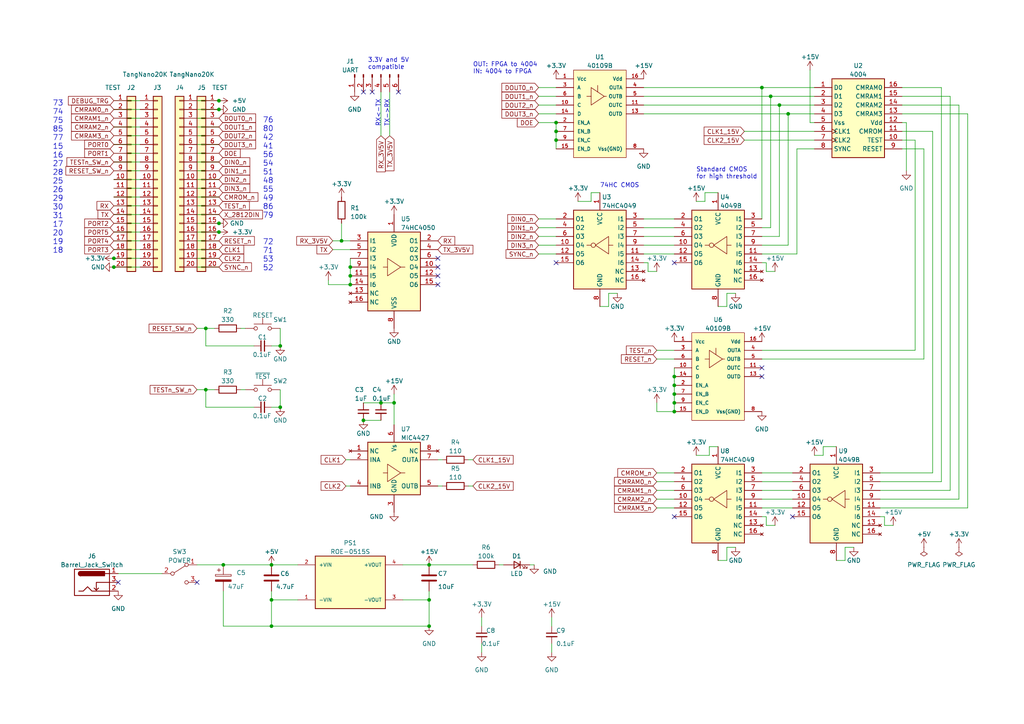
<source format=kicad_sch>
(kicad_sch (version 20230121) (generator eeschema)
  (paper "A4")
  (title_block (title "TangNano MCS4") (date "2023-06-13") (rev "1.1") (company "MukaiLab") (comment 1 "Memory system for MCS4 using TangNano20K"))
  (lib_symbols
    (symbol "000_MyLibrary:4004_CPU"
      (property "Reference" "U" (at -7.62 13.97 0))
      (property "Value" "4004_CPU" (at 0 11.43 0))
      (symbol "4004_CPU_1_0"
        (pin bidirectional line (at -12.7 7.62 0) (length 5.08) (name "D0") (number "1"))
        (pin input line (at 12.7 -7.62 180) (length 5.08) (name "TEST") (number "10"))
        (pin output line (at 12.7 -5.08 180) (length 5.08) (name "CMROM") (number "11"))
        (pin power_in line (at 12.7 -2.54 180) (length 5.08) (name "Vdd") (number "12"))
        (pin output line (at 12.7 0 180) (length 5.08) (name "CMRAM3") (number "13"))
        (pin output line (at 12.7 2.54 180) (length 5.08) (name "CMRAM2") (number "14"))
        (pin output line (at 12.7 5.08 180) (length 5.08) (name "CMRAM1") (number "15"))
        (pin output line (at 12.7 7.62 180) (length 5.08) (name "CMRAM0") (number "16"))
        (pin bidirectional line (at -12.7 5.08 0) (length 5.08) (name "D1") (number "2"))
        (pin bidirectional line (at -12.7 2.54 0) (length 5.08) (name "D2") (number "3"))
        (pin bidirectional line (at -12.7 0 0) (length 5.08) (name "D3") (number "4"))
        (pin power_in line (at -12.7 -2.54 0) (length 5.08) (name "Vss") (number "5"))
        (pin input clock (at -12.7 -5.08 0) (length 5.08) (name "CLK1") (number "6"))
        (pin input clock (at -12.7 -7.62 0) (length 5.08) (name "CLK2") (number "7"))
        (pin output line (at -12.7 -10.16 0) (length 5.08) (name "SYNC") (number "8"))
        (pin input line (at 12.7 -10.16 180) (length 5.08) (name "RESET") (number "9"))
      )
    )
    (symbol "000_MyLibrary:40109B" (pin_names (offset 1.016))
      (property "Reference" "U" (at -7.62 13.97 0))
      (property "Value" "40109B" (at -7.62 -15.24 0))
      (symbol "40109B_0_0"
        (pin input line (at -12.7 -10.16 0) (length 5.08) (name "EN_D") (number "15"))
        (pin input line (at -12.7 -2.54 0) (length 5.08) (name "EN_A") (number "2"))
        (pin input line (at -12.7 -5.08 0) (length 5.08) (name "EN_B") (number "7"))
        (pin input line (at -12.7 -7.62 0) (length 5.08) (name "EN_C") (number "9"))
      )
      (symbol "40109B_1_0"
        (pin power_in line (at -12.7 10.16 0) (length 5.08) (name "Vcc") (number "1"))
        (pin input line (at -12.7 2.54 0) (length 5.08) (name "C") (number "10"))
        (pin output line (at 12.7 2.54 180) (length 5.08) (name "OUTC") (number "11"))
        (pin no_connect line (at 12.7 -6.35 180) (length 5.08) hide (name "NC") (number "12"))
        (pin output line (at 12.7 0 180) (length 5.08) (name "OUTD") (number "13"))
        (pin input line (at -12.7 0 0) (length 5.08) (name "D") (number "14"))
        (pin power_in line (at 12.7 10.16 180) (length 5.08) (name "Vdd") (number "16"))
        (pin input line (at -12.7 7.62 0) (length 5.08) (name "A") (number "3"))
        (pin output line (at 12.7 7.62 180) (length 5.08) (name "OUTA") (number "4"))
        (pin output line (at 12.7 5.08 180) (length 5.08) (name "OUTB") (number "5"))
        (pin input line (at -12.7 5.08 0) (length 5.08) (name "B") (number "6"))
        (pin power_in line (at 12.7 -10.16 180) (length 5.08) (name "Vss(GND)") (number "8"))
      )
    )
    (symbol "000_MyLibrary:4049"
      (property "Reference" "U5" (at 7.62 12.7 0))
      (property "Value" "4049" (at 7.62 10.16 0))
      (symbol "4049_1_0"
        (pin power_in line (at 0 12.7 270) (length 5.08) (name "VCC") (number "1"))
        (pin output line (at 12.7 -2.54 180) (length 5.08) (name "O4") (number "10"))
        (pin input line (at -12.7 -5.08 0) (length 5.08) (name "I5") (number "11"))
        (pin output line (at 12.7 -5.08 180) (length 5.08) (name "O5") (number "12"))
        (pin no_connect line (at -12.7 -10.16 0) (length 5.08) (name "NC") (number "13"))
        (pin input line (at -12.7 -7.62 0) (length 5.08) (name "I6") (number "14"))
        (pin output line (at 12.7 -7.62 180) (length 5.08) (name "O6") (number "15"))
        (pin no_connect line (at -12.7 -12.7 0) (length 5.08) (name "NC") (number "16"))
        (pin output line (at 12.7 5.08 180) (length 5.08) (name "O1") (number "2"))
        (pin input line (at -12.7 5.08 0) (length 5.08) (name "I1") (number "3"))
        (pin output line (at 12.7 2.54 180) (length 5.08) (name "O2") (number "4"))
        (pin input line (at -12.7 2.54 0) (length 5.08) (name "I2") (number "5"))
        (pin output line (at 12.7 0 180) (length 5.08) (name "O3") (number "6"))
        (pin input line (at -12.7 0 0) (length 5.08) (name "I3") (number "7"))
        (pin power_in line (at 0 -20.32 90) (length 5.08) (name "GND") (number "8"))
        (pin input line (at -12.7 -2.54 0) (length 5.08) (name "I4") (number "9"))
      )
    )
    (symbol "000_MyLibrary:4050"
      (property "Reference" "U4" (at 7.62 15.24 0))
      (property "Value" "4050" (at 7.62 12.7 0))
      (symbol "4050_1_0"
        (pin power_in line (at 0 15.24 270) (length 5.08) (name "VDD") (number "1"))
        (pin output line (at 12.7 0 180) (length 5.08) (name "O4") (number "10"))
        (pin input line (at -12.7 -2.54 0) (length 5.08) (name "I5") (number "11"))
        (pin output line (at 12.7 -2.54 180) (length 5.08) (name "O5") (number "12"))
        (pin no_connect line (at -12.7 -7.62 0) (length 5.08) (name "NC") (number "13"))
        (pin input line (at -12.7 -5.08 0) (length 5.08) (name "I6") (number "14"))
        (pin output line (at 12.7 -5.08 180) (length 5.08) (name "O6") (number "15"))
        (pin no_connect line (at -12.7 -10.16 0) (length 5.08) (name "NC") (number "16"))
        (pin output line (at 12.7 7.62 180) (length 5.08) (name "O1") (number "2"))
        (pin input line (at -12.7 7.62 0) (length 5.08) (name "I1") (number "3"))
        (pin output line (at 12.7 5.08 180) (length 5.08) (name "O2") (number "4"))
        (pin input line (at -12.7 5.08 0) (length 5.08) (name "I2") (number "5"))
        (pin output line (at 12.7 2.54 180) (length 5.08) (name "O3") (number "6"))
        (pin input line (at -12.7 2.54 0) (length 5.08) (name "I3") (number "7"))
        (pin power_in line (at 0 -17.78 90) (length 5.08) (name "VSS") (number "8"))
        (pin input line (at -12.7 0 0) (length 5.08) (name "I4") (number "9"))
      )
    )
    (symbol "000_MyLibrary:Barrel_Jack_Switch" (pin_names hide)
      (property "Reference" "J" (at 0 5.334 0))
      (property "Value" "Barrel_Jack_Switch" (at 0 -5.08 0))
      (symbol "Barrel_Jack_Switch_1_1"
        (pin passive line (at 7.62 2.54 180) (length 2.54) (name "~") (number "1"))
        (pin passive line (at 7.62 -2.54 180) (length 2.54) (name "~") (number "2"))
        (pin passive line (at 7.62 0 180) (length 2.54) (name "~") (number "3"))
      )
    )
    (symbol "000_MyLibrary:C" (pin_numbers hide) (pin_names (offset 0.254))
      (property "Reference" "C" (at 0.635 2.54 0))
      (property "Value" "C" (at 0.635 -2.54 0))
      (symbol "C_1_1"
        (pin passive line (at 0 3.81 270) (length 2.794) (name "~") (number "1"))
        (pin passive line (at 0 -3.81 90) (length 2.794) (name "~") (number "2"))
      )
    )
    (symbol "000_MyLibrary:C_Polarized" (pin_numbers hide) (pin_names (offset 0.254))
      (property "Reference" "C" (at 0.635 2.54 0))
      (property "Value" "C_Polarized" (at 0.635 -2.54 0))
      (symbol "C_Polarized_1_1"
        (pin passive line (at 0 3.81 270) (length 2.794) (name "~") (number "1"))
        (pin passive line (at 0 -3.81 90) (length 2.794) (name "~") (number "2"))
      )
    )
    (symbol "000_MyLibrary:C_Small" (pin_numbers hide) (pin_names (offset 0.254) hide)
      (property "Reference" "C" (at 0.254 1.778 0))
      (property "Value" "C_Small" (at 0.254 -2.032 0))
      (symbol "C_Small_1_1"
        (pin passive line (at 0 2.54 270) (length 2.032) (name "~") (number "1"))
        (pin passive line (at 0 -2.54 90) (length 2.032) (name "~") (number "2"))
      )
    )
    (symbol "000_MyLibrary:Conn_01x06_Pin" (pin_names (offset 1.016) hide)
      (property "Reference" "J" (at 0 7.62 0))
      (property "Value" "Conn_01x06_Pin" (at 0 -10.16 0))
      (symbol "Conn_01x06_Pin_1_1"
        (pin passive line (at 5.08 5.08 180) (length 3.81) (name "Pin_1") (number "1"))
        (pin passive line (at 5.08 2.54 180) (length 3.81) (name "Pin_2") (number "2"))
        (pin passive line (at 5.08 0 180) (length 3.81) (name "Pin_3") (number "3"))
        (pin passive line (at 5.08 -2.54 180) (length 3.81) (name "Pin_4") (number "4"))
        (pin passive line (at 5.08 -5.08 180) (length 3.81) (name "Pin_5") (number "5"))
        (pin passive line (at 5.08 -7.62 180) (length 3.81) (name "Pin_6") (number "6"))
      )
    )
    (symbol "000_MyLibrary:Conn_01x20" (pin_names (offset 1.016) hide)
      (property "Reference" "J" (at 0 25.4 0))
      (property "Value" "Conn_01x20" (at 0 -27.94 0))
      (symbol "Conn_01x20_1_1"
        (pin passive line (at -5.08 22.86 0) (length 3.81) (name "Pin_1") (number "1"))
        (pin passive line (at -5.08 0 0) (length 3.81) (name "Pin_10") (number "10"))
        (pin passive line (at -5.08 -2.54 0) (length 3.81) (name "Pin_11") (number "11"))
        (pin passive line (at -5.08 -5.08 0) (length 3.81) (name "Pin_12") (number "12"))
        (pin passive line (at -5.08 -7.62 0) (length 3.81) (name "Pin_13") (number "13"))
        (pin passive line (at -5.08 -10.16 0) (length 3.81) (name "Pin_14") (number "14"))
        (pin passive line (at -5.08 -12.7 0) (length 3.81) (name "Pin_15") (number "15"))
        (pin passive line (at -5.08 -15.24 0) (length 3.81) (name "Pin_16") (number "16"))
        (pin passive line (at -5.08 -17.78 0) (length 3.81) (name "Pin_17") (number "17"))
        (pin passive line (at -5.08 -20.32 0) (length 3.81) (name "Pin_18") (number "18"))
        (pin passive line (at -5.08 -22.86 0) (length 3.81) (name "Pin_19") (number "19"))
        (pin passive line (at -5.08 20.32 0) (length 3.81) (name "Pin_2") (number "2"))
        (pin passive line (at -5.08 -25.4 0) (length 3.81) (name "Pin_20") (number "20"))
        (pin passive line (at -5.08 17.78 0) (length 3.81) (name "Pin_3") (number "3"))
        (pin passive line (at -5.08 15.24 0) (length 3.81) (name "Pin_4") (number "4"))
        (pin passive line (at -5.08 12.7 0) (length 3.81) (name "Pin_5") (number "5"))
        (pin passive line (at -5.08 10.16 0) (length 3.81) (name "Pin_6") (number "6"))
        (pin passive line (at -5.08 7.62 0) (length 3.81) (name "Pin_7") (number "7"))
        (pin passive line (at -5.08 5.08 0) (length 3.81) (name "Pin_8") (number "8"))
        (pin passive line (at -5.08 2.54 0) (length 3.81) (name "Pin_9") (number "9"))
      )
    )
    (symbol "000_MyLibrary:LED" (pin_numbers hide) (pin_names (offset 1.016) hide)
      (property "Reference" "D" (at 0.254 2.54 0))
      (property "Value" "LED" (at 0.254 -2.54 0))
      (symbol "LED_1_1"
        (pin passive line (at -3.81 0 0) (length 2.54) (name "K") (number "1"))
        (pin passive line (at 3.81 0 180) (length 2.54) (name "A") (number "2"))
      )
    )
    (symbol "000_MyLibrary:MIC4427"
      (property "Reference" "U" (at -7.62 -11.43 0))
      (property "Value" "MIC4427" (at 6.35 -11.43 0))
      (symbol "MIC4427_1_0"
        (pin no_connect line (at -12.7 -15.24 0) (length 5.08) (name "NC") (number "1"))
        (pin input line (at -12.7 -17.78 0) (length 5.08) (name "INA") (number "2"))
        (pin power_in line (at 0 -33.02 90) (length 5.08) (name "GND") (number "3"))
        (pin input line (at -12.7 -25.4 0) (length 5.08) (name "INB") (number "4"))
        (pin output line (at 12.7 -25.4 180) (length 5.08) (name "OUTB") (number "5"))
        (pin power_in line (at 0 -7.62 270) (length 5.08) (name "Vs") (number "6"))
        (pin output line (at 12.7 -17.78 180) (length 5.08) (name "OUTA") (number "7"))
        (pin no_connect line (at 12.7 -15.24 180) (length 5.08) (name "NC") (number "8"))
      )
    )
    (symbol "000_MyLibrary:R" (pin_numbers hide) (pin_names (offset 0))
      (property "Reference" "R" (at 2.032 0 90))
      (property "Value" "R" (at 0 0 90))
      (symbol "R_1_1"
        (pin passive line (at 0 3.81 270) (length 1.27) (name "~") (number "1"))
        (pin passive line (at 0 -3.81 90) (length 1.27) (name "~") (number "2"))
      )
    )
    (symbol "000_MyLibrary:ROE-0515S" (pin_names (offset 1.016))
      (property "Reference" "PS" (at -10.1639 8.8979 0))
      (property "Value" "ROE-0515S" (at -10.1614 -10.1627 0))
      (symbol "ROE-0515S_1_0"
        (pin power_in line (at -15.24 -5.08 0) (length 5.08) (name "-VIN") (number "1"))
        (pin power_in line (at -15.24 5.08 0) (length 5.08) (name "+VIN") (number "2"))
        (pin power_out line (at 15.24 -5.08 180) (length 5.08) (name "-VOUT") (number "3"))
        (pin power_out line (at 15.24 5.08 180) (length 5.08) (name "+VOUT") (number "4"))
      )
    )
    (symbol "000_MyLibrary:SW_Push" (pin_numbers hide) (pin_names (offset 1.016) hide)
      (property "Reference" "SW" (at 1.27 2.54 0))
      (property "Value" "SW_Push" (at 0 -1.524 0))
      (symbol "SW_Push_0_1"
        (pin passive line (at -5.08 0 0) (length 2.54) (name "1") (number "1"))
        (pin passive line (at 5.08 0 180) (length 2.54) (name "2") (number "2"))
      )
    )
    (symbol "000_MyLibrary:SW_SPDT" (pin_names (offset 0) hide)
      (property "Reference" "SW" (at 0 4.318 0))
      (property "Value" "SW_SPDT" (at 0 -5.08 0))
      (symbol "SW_SPDT_1_1"
        (pin passive line (at 5.08 2.54 180) (length 2.54) (name "A") (number "1"))
        (pin passive line (at -5.08 0 0) (length 2.54) (name "B") (number "2"))
        (pin passive line (at 5.08 -2.54 180) (length 2.54) (name "C") (number "3"))
      )
    )
    (symbol "power:+15V" (power) (pin_names (offset 0))
      (property "Value" "+15V" (at 0 3.556 0))
      (symbol "+15V_1_1"
        (pin power_in line (at 0 0 90) (length 0) hide (name "+15V") (number "1"))
      )
    )
    (symbol "power:+3.3V" (power) (pin_names (offset 0))
      (property "Value" "+3.3V" (at 0 3.556 0))
      (symbol "+3.3V_1_1"
        (pin power_in line (at 0 0 90) (length 0) hide (name "+3.3V") (number "1"))
      )
    )
    (symbol "power:+5V" (power) (pin_names (offset 0))
      (property "Value" "+5V" (at 0 3.556 0))
      (symbol "+5V_1_1"
        (pin power_in line (at 0 0 90) (length 0) hide (name "+5V") (number "1"))
      )
    )
    (symbol "power:GND" (power) (pin_names (offset 0))
      (property "Value" "GND" (at 0 -3.81 0))
      (symbol "GND_1_1"
        (pin power_in line (at 0 0 270) (length 0) hide (name "GND") (number "1"))
      )
    )
    (symbol "power:PWR_FLAG" (power) (pin_numbers hide) (pin_names (offset 0) hide)
      (property "Value" "PWR_FLAG" (at 0 3.81 0))
      (symbol "PWR_FLAG_0_0"
        (pin power_out line (at 0 0 90) (length 0) (name "pwr") (number "1"))
      )
    )
  )
  (junction (at 226.06 30.48))
  (junction (at 78.74 173.99))
  (junction (at 228.6 33.02))
  (junction (at 105.41 121.92))
  (junction (at 161.29 38.1))
  (junction (at 124.46 163.83))
  (junction (at 124.46 181.61))
  (junction (at 81.28 100.33))
  (junction (at 63.5 64.77))
  (junction (at 101.6 77.47))
  (junction (at 161.29 40.64))
  (junction (at 101.6 82.55))
  (junction (at 195.58 111.76))
  (junction (at 101.6 80.01))
  (junction (at 99.06 69.85))
  (junction (at 220.98 25.4))
  (junction (at 59.69 95.25))
  (junction (at 59.69 113.03))
  (junction (at 63.5 31.75))
  (junction (at 110.49 116.84))
  (junction (at 64.77 163.83))
  (junction (at 195.58 119.38))
  (junction (at 63.5 67.31))
  (junction (at 195.58 109.22))
  (junction (at 161.29 35.56))
  (junction (at 33.02 77.47))
  (junction (at 114.3 116.84))
  (junction (at 223.52 27.94))
  (junction (at 124.46 173.99))
  (junction (at 33.02 74.93))
  (junction (at 78.74 163.83))
  (junction (at 195.58 116.84))
  (junction (at 78.74 181.61))
  (junction (at 63.5 29.21))
  (junction (at 195.58 114.3))
  (junction (at 81.28 118.11))
  (no_connect (at 161.29 76.2))
  (no_connect (at 127 80.01))
  (no_connect (at 195.58 76.2))
  (no_connect (at 229.87 149.86))
  (no_connect (at 127 82.55))
  (no_connect (at 220.98 106.68))
  (no_connect (at 220.98 109.22))
  (no_connect (at 105.41 26.67))
  (no_connect (at 34.29 168.91))
  (no_connect (at 127 74.93))
  (no_connect (at 57.15 168.91))
  (no_connect (at 195.58 149.86))
  (no_connect (at 107.95 26.67))
  (no_connect (at 115.57 26.67))
  (no_connect (at 127 77.47))
  (wire (pts (xy 81.28 118.11) (xy 81.28 113.03)))
  (wire (pts (xy 280.67 33.02) (xy 261.62 33.02)))
  (wire (pts (xy 270.51 38.1) (xy 270.51 137.16)))
  (wire (pts (xy 195.58 106.68) (xy 195.58 109.22)))
  (wire (pts (xy 57.15 64.77) (xy 63.5 64.77)))
  (wire (pts (xy 220.98 66.04) (xy 223.52 66.04)))
  (wire (pts (xy 195.58 66.04) (xy 186.69 66.04)))
  (wire (pts (xy 261.62 25.4) (xy 273.05 25.4)))
  (wire (pts (xy 57.15 163.83) (xy 64.77 163.83)))
  (wire (pts (xy 173.99 88.9) (xy 176.53 88.9)))
  (wire (pts (xy 64.77 181.61) (xy 78.74 181.61)))
  (wire (pts (xy 57.15 36.83) (xy 63.5 36.83)))
  (wire (pts (xy 105.41 121.92) (xy 110.49 121.92)))
  (wire (pts (xy 215.9 40.64) (xy 236.22 40.64)))
  (wire (pts (xy 40.64 74.93) (xy 33.02 74.93)))
  (wire (pts (xy 208.28 129.54) (xy 205.74 129.54)))
  (wire (pts (xy 210.82 85.09) (xy 213.36 85.09)))
  (wire (pts (xy 201.93 132.08) (xy 205.74 132.08)))
  (wire (pts (xy 273.05 25.4) (xy 273.05 139.7)))
  (wire (pts (xy 261.62 35.56) (xy 262.89 35.56)))
  (wire (pts (xy 220.98 25.4) (xy 236.22 25.4)))
  (wire (pts (xy 195.58 111.76) (xy 195.58 114.3)))
  (wire (pts (xy 78.74 163.83) (xy 86.36 163.83)))
  (wire (pts (xy 220.98 147.32) (xy 229.87 147.32)))
  (wire (pts (xy 173.99 55.88) (xy 171.45 55.88)))
  (wire (pts (xy 40.64 46.99) (xy 33.02 46.99)))
  (wire (pts (xy 186.69 30.48) (xy 226.06 30.48)))
  (wire (pts (xy 156.21 68.58) (xy 161.29 68.58)))
  (wire (pts (xy 195.58 63.5) (xy 186.69 63.5)))
  (wire (pts (xy 256.54 152.4) (xy 259.08 152.4)))
  (wire (pts (xy 114.3 114.3) (xy 114.3 116.84)))
  (wire (pts (xy 57.15 49.53) (xy 63.5 49.53)))
  (wire (pts (xy 220.98 149.86) (xy 222.25 149.86)))
  (wire (pts (xy 229.87 139.7) (xy 220.98 139.7)))
  (wire (pts (xy 40.64 72.39) (xy 33.02 72.39)))
  (wire (pts (xy 208.28 88.9) (xy 210.82 88.9)))
  (wire (pts (xy 40.64 67.31) (xy 33.02 67.31)))
  (wire (pts (xy 57.15 72.39) (xy 63.5 72.39)))
  (wire (pts (xy 124.46 173.99) (xy 124.46 181.61)))
  (wire (pts (xy 270.51 38.1) (xy 261.62 38.1)))
  (wire (pts (xy 40.64 36.83) (xy 33.02 36.83)))
  (wire (pts (xy 280.67 147.32) (xy 280.67 33.02)))
  (wire (pts (xy 161.29 35.56) (xy 161.29 38.1)))
  (wire (pts (xy 195.58 71.12) (xy 186.69 71.12)))
  (wire (pts (xy 161.29 40.64) (xy 161.29 43.18)))
  (wire (pts (xy 242.57 129.54) (xy 238.76 129.54)))
  (wire (pts (xy 255.27 149.86) (xy 256.54 149.86)))
  (wire (pts (xy 95.25 81.28) (xy 95.25 82.55)))
  (wire (pts (xy 187.96 76.2) (xy 187.96 78.74)))
  (wire (pts (xy 105.41 116.84) (xy 110.49 116.84)))
  (wire (pts (xy 81.28 100.33) (xy 81.28 95.25)))
  (wire (pts (xy 40.64 77.47) (xy 33.02 77.47)))
  (wire (pts (xy 156.21 27.94) (xy 161.29 27.94)))
  (wire (pts (xy 220.98 25.4) (xy 220.98 63.5)))
  (wire (pts (xy 78.74 171.45) (xy 78.74 173.99)))
  (wire (pts (xy 229.87 144.78) (xy 220.98 144.78)))
  (wire (pts (xy 139.7 186.69) (xy 139.7 189.23)))
  (wire (pts (xy 139.7 179.07) (xy 139.7 181.61)))
  (wire (pts (xy 95.25 82.55) (xy 101.6 82.55)))
  (wire (pts (xy 190.5 119.38) (xy 190.5 116.84)))
  (wire (pts (xy 57.15 113.03) (xy 59.69 113.03)))
  (wire (pts (xy 265.43 40.64) (xy 261.62 40.64)))
  (wire (pts (xy 156.21 25.4) (xy 161.29 25.4)))
  (wire (pts (xy 161.29 38.1) (xy 161.29 40.64)))
  (wire (pts (xy 40.64 54.61) (xy 33.02 54.61)))
  (wire (pts (xy 186.69 76.2) (xy 187.96 76.2)))
  (wire (pts (xy 167.64 58.42) (xy 171.45 58.42)))
  (wire (pts (xy 228.6 33.02) (xy 236.22 33.02)))
  (wire (pts (xy 127 140.97) (xy 128.27 140.97)))
  (wire (pts (xy 137.16 133.35) (xy 135.89 133.35)))
  (wire (pts (xy 99.06 64.77) (xy 99.06 69.85)))
  (wire (pts (xy 57.15 34.29) (xy 63.5 34.29)))
  (wire (pts (xy 205.74 129.54) (xy 205.74 132.08)))
  (wire (pts (xy 226.06 30.48) (xy 226.06 68.58)))
  (wire (pts (xy 57.15 31.75) (xy 63.5 31.75)))
  (wire (pts (xy 278.13 30.48) (xy 261.62 30.48)))
  (wire (pts (xy 210.82 88.9) (xy 210.82 85.09)))
  (wire (pts (xy 245.11 158.75) (xy 247.65 158.75)))
  (wire (pts (xy 278.13 144.78) (xy 278.13 30.48)))
  (wire (pts (xy 160.02 186.69) (xy 160.02 189.23)))
  (wire (pts (xy 190.5 104.14) (xy 195.58 104.14)))
  (wire (pts (xy 228.6 33.02) (xy 228.6 71.12)))
  (wire (pts (xy 110.49 26.67) (xy 110.49 39.37)))
  (wire (pts (xy 190.5 142.24) (xy 195.58 142.24)))
  (wire (pts (xy 255.27 137.16) (xy 270.51 137.16)))
  (wire (pts (xy 156.21 33.02) (xy 161.29 33.02)))
  (wire (pts (xy 100.33 133.35) (xy 101.6 133.35)))
  (wire (pts (xy 156.21 71.12) (xy 161.29 71.12)))
  (wire (pts (xy 40.64 29.21) (xy 33.02 29.21)))
  (wire (pts (xy 57.15 59.69) (xy 63.5 59.69)))
  (wire (pts (xy 220.98 71.12) (xy 228.6 71.12)))
  (wire (pts (xy 40.64 62.23) (xy 33.02 62.23)))
  (wire (pts (xy 160.02 179.07) (xy 160.02 181.61)))
  (wire (pts (xy 204.47 58.42) (xy 201.93 58.42)))
  (wire (pts (xy 57.15 39.37) (xy 63.5 39.37)))
  (wire (pts (xy 73.66 118.11) (xy 59.69 118.11)))
  (wire (pts (xy 223.52 27.94) (xy 223.52 66.04)))
  (wire (pts (xy 220.98 76.2) (xy 222.25 76.2)))
  (wire (pts (xy 156.21 30.48) (xy 161.29 30.48)))
  (wire (pts (xy 229.87 137.16) (xy 220.98 137.16)))
  (wire (pts (xy 208.28 55.88) (xy 204.47 55.88)))
  (wire (pts (xy 78.74 181.61) (xy 124.46 181.61)))
  (wire (pts (xy 146.05 163.83) (xy 144.78 163.83)))
  (wire (pts (xy 137.16 140.97) (xy 135.89 140.97)))
  (wire (pts (xy 195.58 116.84) (xy 195.58 119.38)))
  (wire (pts (xy 57.15 41.91) (xy 63.5 41.91)))
  (wire (pts (xy 238.76 132.08) (xy 236.22 132.08)))
  (wire (pts (xy 78.74 173.99) (xy 78.74 181.61)))
  (wire (pts (xy 101.6 80.01) (xy 101.6 82.55)))
  (wire (pts (xy 116.84 173.99) (xy 124.46 173.99)))
  (wire (pts (xy 40.64 64.77) (xy 33.02 64.77)))
  (wire (pts (xy 99.06 69.85) (xy 101.6 69.85)))
  (wire (pts (xy 256.54 149.86) (xy 256.54 152.4)))
  (wire (pts (xy 186.69 73.66) (xy 195.58 73.66)))
  (wire (pts (xy 238.76 129.54) (xy 238.76 132.08)))
  (wire (pts (xy 78.74 173.99) (xy 86.36 173.99)))
  (wire (pts (xy 190.5 147.32) (xy 195.58 147.32)))
  (wire (pts (xy 57.15 95.25) (xy 59.69 95.25)))
  (wire (pts (xy 73.66 100.33) (xy 59.69 100.33)))
  (wire (pts (xy 222.25 149.86) (xy 222.25 152.4)))
  (wire (pts (xy 40.64 49.53) (xy 33.02 49.53)))
  (wire (pts (xy 96.52 72.39) (xy 101.6 72.39)))
  (wire (pts (xy 57.15 29.21) (xy 63.5 29.21)))
  (wire (pts (xy 242.57 162.56) (xy 245.11 162.56)))
  (wire (pts (xy 40.64 59.69) (xy 33.02 59.69)))
  (wire (pts (xy 210.82 162.56) (xy 210.82 158.75)))
  (wire (pts (xy 195.58 68.58) (xy 186.69 68.58)))
  (wire (pts (xy 101.6 74.93) (xy 101.6 77.47)))
  (wire (pts (xy 222.25 78.74) (xy 224.79 78.74)))
  (wire (pts (xy 59.69 118.11) (xy 59.69 113.03)))
  (wire (pts (xy 226.06 30.48) (xy 236.22 30.48)))
  (wire (pts (xy 64.77 171.45) (xy 64.77 181.61)))
  (wire (pts (xy 208.28 162.56) (xy 210.82 162.56)))
  (wire (pts (xy 110.49 116.84) (xy 114.3 116.84)))
  (wire (pts (xy 204.47 55.88) (xy 204.47 58.42)))
  (wire (pts (xy 255.27 144.78) (xy 278.13 144.78)))
  (wire (pts (xy 78.74 100.33) (xy 81.28 100.33)))
  (wire (pts (xy 186.69 27.94) (xy 223.52 27.94)))
  (wire (pts (xy 57.15 62.23) (xy 63.5 62.23)))
  (wire (pts (xy 267.97 43.18) (xy 261.62 43.18)))
  (wire (pts (xy 40.64 69.85) (xy 33.02 69.85)))
  (wire (pts (xy 62.23 95.25) (xy 59.69 95.25)))
  (wire (pts (xy 220.98 104.14) (xy 267.97 104.14)))
  (wire (pts (xy 156.21 66.04) (xy 161.29 66.04)))
  (wire (pts (xy 265.43 40.64) (xy 265.43 101.6)))
  (wire (pts (xy 57.15 52.07) (xy 63.5 52.07)))
  (wire (pts (xy 190.5 144.78) (xy 195.58 144.78)))
  (wire (pts (xy 195.58 109.22) (xy 195.58 111.76)))
  (wire (pts (xy 255.27 147.32) (xy 280.67 147.32)))
  (wire (pts (xy 231.14 73.66) (xy 220.98 73.66)))
  (wire (pts (xy 190.5 137.16) (xy 195.58 137.16)))
  (wire (pts (xy 101.6 77.47) (xy 101.6 80.01)))
  (wire (pts (xy 57.15 77.47) (xy 63.5 77.47)))
  (wire (pts (xy 186.69 25.4) (xy 220.98 25.4)))
  (wire (pts (xy 114.3 116.84) (xy 114.3 123.19)))
  (wire (pts (xy 186.69 33.02) (xy 228.6 33.02)))
  (wire (pts (xy 156.21 63.5) (xy 161.29 63.5)))
  (wire (pts (xy 223.52 27.94) (xy 236.22 27.94)))
  (wire (pts (xy 267.97 43.18) (xy 267.97 104.14)))
  (wire (pts (xy 215.9 38.1) (xy 236.22 38.1)))
  (wire (pts (xy 229.87 142.24) (xy 220.98 142.24)))
  (wire (pts (xy 220.98 68.58) (xy 226.06 68.58)))
  (wire (pts (xy 176.53 85.09) (xy 179.07 85.09)))
  (wire (pts (xy 124.46 171.45) (xy 124.46 173.99)))
  (wire (pts (xy 57.15 54.61) (xy 63.5 54.61)))
  (wire (pts (xy 34.29 166.37) (xy 46.99 166.37)))
  (wire (pts (xy 69.85 95.25) (xy 71.12 95.25)))
  (wire (pts (xy 116.84 163.83) (xy 124.46 163.83)))
  (wire (pts (xy 195.58 114.3) (xy 195.58 116.84)))
  (wire (pts (xy 96.52 69.85) (xy 99.06 69.85)))
  (wire (pts (xy 255.27 142.24) (xy 275.59 142.24)))
  (wire (pts (xy 275.59 142.24) (xy 275.59 27.94)))
  (wire (pts (xy 57.15 57.15) (xy 63.5 57.15)))
  (wire (pts (xy 210.82 158.75) (xy 213.36 158.75)))
  (wire (pts (xy 190.5 119.38) (xy 195.58 119.38)))
  (wire (pts (xy 40.64 44.45) (xy 33.02 44.45)))
  (wire (pts (xy 62.23 113.03) (xy 59.69 113.03)))
  (wire (pts (xy 40.64 41.91) (xy 33.02 41.91)))
  (wire (pts (xy 59.69 100.33) (xy 59.69 95.25)))
  (wire (pts (xy 261.62 27.94) (xy 275.59 27.94)))
  (wire (pts (xy 222.25 152.4) (xy 224.79 152.4)))
  (wire (pts (xy 265.43 101.6) (xy 220.98 101.6)))
  (wire (pts (xy 236.22 35.56) (xy 234.95 35.56)))
  (wire (pts (xy 154.94 163.83) (xy 153.67 163.83)))
  (wire (pts (xy 40.64 39.37) (xy 33.02 39.37)))
  (wire (pts (xy 57.15 46.99) (xy 63.5 46.99)))
  (wire (pts (xy 78.74 118.11) (xy 81.28 118.11)))
  (wire (pts (xy 231.14 43.18) (xy 231.14 73.66)))
  (wire (pts (xy 69.85 113.03) (xy 71.12 113.03)))
  (wire (pts (xy 255.27 139.7) (xy 273.05 139.7)))
  (wire (pts (xy 190.5 101.6) (xy 195.58 101.6)))
  (wire (pts (xy 222.25 76.2) (xy 222.25 78.74)))
  (wire (pts (xy 124.46 163.83) (xy 137.16 163.83)))
  (wire (pts (xy 190.5 139.7) (xy 195.58 139.7)))
  (wire (pts (xy 176.53 88.9) (xy 176.53 85.09)))
  (wire (pts (xy 127 133.35) (xy 128.27 133.35)))
  (wire (pts (xy 234.95 35.56) (xy 234.95 20.32)))
  (wire (pts (xy 187.96 78.74) (xy 190.5 78.74)))
  (wire (pts (xy 100.33 140.97) (xy 101.6 140.97)))
  (wire (pts (xy 57.15 67.31) (xy 63.5 67.31)))
  (wire (pts (xy 113.03 26.67) (xy 113.03 39.37)))
  (wire (pts (xy 40.64 52.07) (xy 33.02 52.07)))
  (wire (pts (xy 64.77 163.83) (xy 78.74 163.83)))
  (wire (pts (xy 262.89 35.56) (xy 262.89 49.53)))
  (wire (pts (xy 40.64 57.15) (xy 33.02 57.15)))
  (wire (pts (xy 40.64 31.75) (xy 33.02 31.75)))
  (wire (pts (xy 156.21 35.56) (xy 161.29 35.56)))
  (wire (pts (xy 57.15 69.85) (xy 63.5 69.85)))
  (wire (pts (xy 156.21 73.66) (xy 161.29 73.66)))
  (wire (pts (xy 57.15 74.93) (xy 63.5 74.93)))
  (wire (pts (xy 245.11 162.56) (xy 245.11 158.75)))
  (wire (pts (xy 171.45 55.88) (xy 171.45 58.42)))
  (wire (pts (xy 40.64 34.29) (xy 33.02 34.29)))
  (wire (pts (xy 57.15 44.45) (xy 63.5 44.45)))
  (wire (pts (xy 231.14 43.18) (xy 236.22 43.18)))
  (text "Standard CMOS\nfor high threshold" (at 201.93 52.07 0) (effects (font (size 1.27 1.27)) (justify left bottom)))
  (text "OUT: FPGA to 4004\nIN: 4004 to FPGA" (at 137.16 21.59 0) (effects (font (size 1.27 1.27)) (justify left bottom)))
  (text "74HC CMOS" (at 173.99 54.61 0) (effects (font (size 1.27 1.27)) (justify left bottom)))
  (text "3.3V and 5V\ncompatible" (at 106.68 20.32 0) (effects (font (size 1.27 1.27)) (justify left bottom)))
  (text "TX->RX" (at 113.03 36.83 90) (effects (font (size 1.27 1.27)) (justify left bottom)))
  (text "76\n80\n42\n41\n56\n54\n51\n48\n55\n49\n86\n79" (at 76.2 63.5 0) (effects (font (size 1.56 1.56)) (justify left bottom)))
  (text "RX<-TX" (at 110.49 36.83 90) (effects (font (size 1.27 1.27)) (justify left bottom)))
  (text "72\n71\n53\n52" (at 76.2 78.74 0) (effects (font (size 1.56 1.56)) (justify left bottom)))
  (text "73\n74\n75\n85\n77\n15\n16\n27\n28\n25\n26\n29\n30\n31\n17\n20\n19\n18" (at 15.24 73.66 0) (effects (font (size 1.56 1.56)) (justify left bottom)))
  (global_label "DOUT3_n" (shape input) (at 156.21 33.02 180) (property "Intersheetrefs" "${INTERSHEET_REFS}" (effects hide)))
  (global_label "DOUT2_n" (shape input) (at 63.5 39.37 0) (property "Intersheetrefs" "${INTERSHEET_REFS}" (effects hide)))
  (global_label "CLK2_15V" (shape input) (at 215.9 40.64 180) (property "Intersheetrefs" "${INTERSHEET_REFS}" (effects hide)))
  (global_label "CMRAM2_n" (shape input) (at 190.5 144.78 180) (property "Intersheetrefs" "${INTERSHEET_REFS}" (effects hide)))
  (global_label "CMRAM0_n" (shape input) (at 33.02 31.75 180) (property "Intersheetrefs" "${INTERSHEET_REFS}" (effects hide)))
  (global_label "CMRAM0_n" (shape input) (at 190.5 139.7 180) (property "Intersheetrefs" "${INTERSHEET_REFS}" (effects hide)))
  (global_label "DOUT1_n" (shape input) (at 63.5 36.83 0) (property "Intersheetrefs" "${INTERSHEET_REFS}" (effects hide)))
  (global_label "DIN3_n" (shape input) (at 156.21 71.12 180) (property "Intersheetrefs" "${INTERSHEET_REFS}" (effects hide)))
  (global_label "SYNC_n" (shape input) (at 63.5 77.47 0) (property "Intersheetrefs" "${INTERSHEET_REFS}" (effects hide)))
  (global_label "DIN0_n" (shape input) (at 63.5 46.99 0) (property "Intersheetrefs" "${INTERSHEET_REFS}" (effects hide)))
  (global_label "TX_3V5V" (shape input) (at 127 72.39 0) (property "Intersheetrefs" "${INTERSHEET_REFS}" (effects hide)))
  (global_label "DOE" (shape input) (at 63.5 44.45 0) (property "Intersheetrefs" "${INTERSHEET_REFS}" (effects hide)))
  (global_label "DIN2_n" (shape input) (at 63.5 52.07 0) (property "Intersheetrefs" "${INTERSHEET_REFS}" (effects hide)))
  (global_label "PORT5" (shape input) (at 33.02 67.31 180) (property "Intersheetrefs" "${INTERSHEET_REFS}" (effects hide)))
  (global_label "DOUT0_n" (shape input) (at 63.5 34.29 0) (property "Intersheetrefs" "${INTERSHEET_REFS}" (effects hide)))
  (global_label "DIN0_n" (shape input) (at 156.21 63.5 180) (property "Intersheetrefs" "${INTERSHEET_REFS}" (effects hide)))
  (global_label "TX_3V5V" (shape input) (at 113.03 39.37 270) (property "Intersheetrefs" "${INTERSHEET_REFS}" (effects hide)))
  (global_label "DIN3_n" (shape input) (at 63.5 54.61 0) (property "Intersheetrefs" "${INTERSHEET_REFS}" (effects hide)))
  (global_label "CLK2" (shape input) (at 100.33 140.97 180) (property "Intersheetrefs" "${INTERSHEET_REFS}" (effects hide)))
  (global_label "CLK1" (shape input) (at 100.33 133.35 180) (property "Intersheetrefs" "${INTERSHEET_REFS}" (effects hide)))
  (global_label "PORT3" (shape input) (at 33.02 72.39 180) (property "Intersheetrefs" "${INTERSHEET_REFS}" (effects hide)))
  (global_label "RESET_n" (shape input) (at 63.5 69.85 0) (property "Intersheetrefs" "${INTERSHEET_REFS}" (effects hide)))
  (global_label "CMRAM3_n" (shape input) (at 33.02 39.37 180) (property "Intersheetrefs" "${INTERSHEET_REFS}" (effects hide)))
  (global_label "PORT0" (shape input) (at 33.02 41.91 180) (property "Intersheetrefs" "${INTERSHEET_REFS}" (effects hide)))
  (global_label "DIN1_n" (shape input) (at 63.5 49.53 0) (property "Intersheetrefs" "${INTERSHEET_REFS}" (effects hide)))
  (global_label "CLK2" (shape input) (at 63.5 74.93 0) (property "Intersheetrefs" "${INTERSHEET_REFS}" (effects hide)))
  (global_label "TESTn_SW_n" (shape input) (at 33.02 46.99 180) (property "Intersheetrefs" "${INTERSHEET_REFS}" (effects hide)))
  (global_label "TEST_n" (shape input) (at 190.5 101.6 180) (property "Intersheetrefs" "${INTERSHEET_REFS}" (effects hide)))
  (global_label "DOUT1_n" (shape input) (at 156.21 27.94 180) (property "Intersheetrefs" "${INTERSHEET_REFS}" (effects hide)))
  (global_label "RX_3V5V" (shape input) (at 110.49 39.37 270) (property "Intersheetrefs" "${INTERSHEET_REFS}" (effects hide)))
  (global_label "TX" (shape input) (at 96.52 72.39 180) (property "Intersheetrefs" "${INTERSHEET_REFS}" (effects hide)))
  (global_label "CMROM_n" (shape input) (at 63.5 57.15 0) (property "Intersheetrefs" "${INTERSHEET_REFS}" (effects hide)))
  (global_label "PORT1" (shape input) (at 33.02 44.45 180) (property "Intersheetrefs" "${INTERSHEET_REFS}" (effects hide)))
  (global_label "DIN1_n" (shape input) (at 156.21 66.04 180) (property "Intersheetrefs" "${INTERSHEET_REFS}" (effects hide)))
  (global_label "CLK1_15V" (shape input) (at 215.9 38.1 180) (property "Intersheetrefs" "${INTERSHEET_REFS}" (effects hide)))
  (global_label "SYNC_n" (shape input) (at 156.21 73.66 180) (property "Intersheetrefs" "${INTERSHEET_REFS}" (effects hide)))
  (global_label "TEST_n" (shape input) (at 63.5 59.69 0) (property "Intersheetrefs" "${INTERSHEET_REFS}" (effects hide)))
  (global_label "DOE" (shape input) (at 156.21 35.56 180) (property "Intersheetrefs" "${INTERSHEET_REFS}" (effects hide)))
  (global_label "DEBUG_TRG" (shape input) (at 33.02 29.21 180) (property "Intersheetrefs" "${INTERSHEET_REFS}" (effects hide)))
  (global_label "CMRAM3_n" (shape input) (at 190.5 147.32 180) (property "Intersheetrefs" "${INTERSHEET_REFS}" (effects hide)))
  (global_label "RESET_SW_n" (shape input) (at 57.15 95.25 180) (property "Intersheetrefs" "${INTERSHEET_REFS}" (effects hide)))
  (global_label "CMRAM2_n" (shape input) (at 33.02 36.83 180) (property "Intersheetrefs" "${INTERSHEET_REFS}" (effects hide)))
  (global_label "PORT4" (shape input) (at 33.02 69.85 180) (property "Intersheetrefs" "${INTERSHEET_REFS}" (effects hide)))
  (global_label "CLK2_15V" (shape input) (at 137.16 140.97 0) (property "Intersheetrefs" "${INTERSHEET_REFS}" (effects hide)))
  (global_label "DOUT0_n" (shape input) (at 156.21 25.4 180) (property "Intersheetrefs" "${INTERSHEET_REFS}" (effects hide)))
  (global_label "RX" (shape input) (at 33.02 59.69 180) (property "Intersheetrefs" "${INTERSHEET_REFS}" (effects hide)))
  (global_label "RX" (shape input) (at 127 69.85 0) (property "Intersheetrefs" "${INTERSHEET_REFS}" (effects hide)))
  (global_label "PORT2" (shape input) (at 33.02 64.77 180) (property "Intersheetrefs" "${INTERSHEET_REFS}" (effects hide)))
  (global_label "CMRAM1_n" (shape input) (at 190.5 142.24 180) (property "Intersheetrefs" "${INTERSHEET_REFS}" (effects hide)))
  (global_label "CLK1_15V" (shape input) (at 137.16 133.35 0) (property "Intersheetrefs" "${INTERSHEET_REFS}" (effects hide)))
  (global_label "X_2812DIN" (shape input) (at 63.5 62.23 0) (property "Intersheetrefs" "${INTERSHEET_REFS}" (effects hide)))
  (global_label "CMROM_n" (shape input) (at 190.5 137.16 180) (property "Intersheetrefs" "${INTERSHEET_REFS}" (effects hide)))
  (global_label "DOUT2_n" (shape input) (at 156.21 30.48 180) (property "Intersheetrefs" "${INTERSHEET_REFS}" (effects hide)))
  (global_label "TX" (shape input) (at 33.02 62.23 180) (property "Intersheetrefs" "${INTERSHEET_REFS}" (effects hide)))
  (global_label "TESTn_SW_n" (shape input) (at 57.15 113.03 180) (property "Intersheetrefs" "${INTERSHEET_REFS}" (effects hide)))
  (global_label "DIN2_n" (shape input) (at 156.21 68.58 180) (property "Intersheetrefs" "${INTERSHEET_REFS}" (effects hide)))
  (global_label "RESET_n" (shape input) (at 190.5 104.14 180) (property "Intersheetrefs" "${INTERSHEET_REFS}" (effects hide)))
  (global_label "CMRAM1_n" (shape input) (at 33.02 34.29 180) (property "Intersheetrefs" "${INTERSHEET_REFS}" (effects hide)))
  (global_label "RX_3V5V" (shape input) (at 96.52 69.85 180) (property "Intersheetrefs" "${INTERSHEET_REFS}" (effects hide)))
  (global_label "CLK1" (shape input) (at 63.5 72.39 0) (property "Intersheetrefs" "${INTERSHEET_REFS}" (effects hide)))
  (global_label "RESET_SW_n" (shape input) (at 33.02 49.53 180) (property "Intersheetrefs" "${INTERSHEET_REFS}" (effects hide)))
  (global_label "DOUT3_n" (shape input) (at 63.5 41.91 0) (property "Intersheetrefs" "${INTERSHEET_REFS}" (effects hide)))
  (symbol (lib_id "000_MyLibrary:Conn_01x20") (at 45.72 52.07 0) (unit 1)
    (property "Reference" "J3" (at 44.45 25.4 0) (effects (justify left)))
    (property "Value" "TangNano20K" (at 35.56 21.59 0) (effects (justify left)))
    (property "Footprint" "000_MyFootprint:PinSocket_1x20_P2.54mm_Vertical" (effects hide))
  )
  (symbol (lib_id "000_MyLibrary:40109B") (at 173.99 33.02 0) (unit 1)
    (property "Reference" "U1" (at 173.99 16.51 0))
    (property "Value" "40109B" (at 173.99 19.05 0))
    (property "Footprint" "000_MyFootprint:DIP-16_W7.62mm" (effects hide))
  )
  (symbol (lib_id "000_MyLibrary:R") (at 66.04 95.25 270) (unit 1)
    (property "Reference" "R2" (at 66.04 90.17 90))
    (property "Value" "330" (at 66.04 92.71 90))
    (property "Footprint" "000_MyFootprint:R_Axial_DIN0207_L6.3mm_D2.5mm_P7.62mm_Horizontal" (effects hide))
  )
  (symbol (lib_id "power:+15V") (at 186.69 22.86 0) (unit 1)
    (property "Reference" "#PWR03" (effects hide))
    (property "Value" "+15V" (at 186.69 19.05 0))
  )
  (symbol (lib_id "power:GND") (at 154.94 163.83 0) (unit 1)
    (property "Reference" "#PWR042" (effects hide))
    (property "Value" "GND" (at 157.48 165.735 0) (effects (justify left)))
  )
  (symbol (lib_id "000_MyLibrary:4004_CPU") (at 248.92 33.02 0) (unit 1)
    (property "Reference" "U2" (at 248.92 19.05 0))
    (property "Value" "4004" (at 248.92 21.59 0))
    (property "Footprint" "000_MyFootprint:DIP_Socket-16_W4.3_W5.08_W7.62_W10.16_W10.9_3M_216-3340-00-0602J" (effects hide))
  )
  (symbol (lib_id "power:+5V") (at 78.74 163.83 0) (unit 1)
    (property "Reference" "#PWR040" (effects hide))
    (property "Value" "+5V" (at 78.74 160.02 0))
  )
  (symbol (lib_id "power:GND") (at 33.02 77.47 270) (unit 1)
    (property "Reference" "#PWR016" (effects hide))
    (property "Value" "GND" (at 30.48 77.47 90) (effects (justify right)))
  )
  (symbol (lib_id "power:+15V") (at 201.93 58.42 0) (unit 1)
    (property "Reference" "#PWR011" (effects hide))
    (property "Value" "+15V" (at 201.93 54.61 0))
  )
  (symbol (lib_id "power:GND") (at 114.3 148.59 0) (unit 1)
    (property "Reference" "#PWR033" (effects hide))
    (property "Value" "GND" (at 109.22 149.86 0))
  )
  (symbol (lib_id "power:GND") (at 262.89 49.53 0) (unit 1)
    (property "Reference" "#PWR08" (effects hide))
    (property "Value" "GND" (at 262.89 54.61 0))
  )
  (symbol (lib_id "power:GND") (at 179.07 85.09 0) (unit 1)
    (property "Reference" "#PWR020" (effects hide))
    (property "Value" "GND" (at 179.07 88.9 0))
  )
  (symbol (lib_id "power:+3.3V") (at 161.29 22.86 0) (unit 1)
    (property "Reference" "#PWR02" (effects hide))
    (property "Value" "+3.3V" (at 161.29 19.05 0))
  )
  (symbol (lib_id "power:GND") (at 124.46 181.61 0) (unit 1)
    (property "Reference" "#PWR046" (effects hide))
    (property "Value" "GND" (at 124.46 186.69 0))
  )
  (symbol (lib_id "000_MyLibrary:R") (at 132.08 140.97 90) (unit 1)
    (property "Reference" "R5" (at 132.08 135.89 90))
    (property "Value" "110" (at 132.08 138.43 90))
    (property "Footprint" "000_MyFootprint:R_Axial_DIN0207_L6.3mm_D2.5mm_P7.62mm_Horizontal" (effects hide))
  )
  (symbol (lib_id "power:+3.3V") (at 167.64 58.42 0) (unit 1)
    (property "Reference" "#PWR010" (effects hide))
    (property "Value" "+3.3V" (at 167.64 54.61 0))
  )
  (symbol (lib_id "000_MyLibrary:4049") (at 242.57 142.24 0) (mirror y) (unit 1)
    (property "Reference" "U9" (at 243.1541 130.81 0) (effects (justify right)))
    (property "Value" "4049B" (at 243.1541 133.35 0) (effects (justify right)))
    (property "Footprint" "000_MyFootprint:DIP-16_W7.62mm" (effects hide))
  )
  (symbol (lib_id "power:GND") (at 81.28 100.33 0) (unit 1)
    (property "Reference" "#PWR025" (effects hide))
    (property "Value" "GND" (at 81.28 104.14 0))
  )
  (symbol (lib_id "power:+15V") (at 220.98 99.06 0) (unit 1)
    (property "Reference" "#PWR024" (effects hide))
    (property "Value" "+15V" (at 220.98 95.25 0))
  )
  (symbol (lib_id "power:+3.3V") (at 33.02 74.93 90) (unit 1)
    (property "Reference" "#PWR015" (effects hide))
    (property "Value" "+3.3V" (at 30.48 74.93 90) (effects (justify left)))
  )
  (symbol (lib_id "power:GND") (at 247.65 158.75 0) (unit 1)
    (property "Reference" "#PWR037" (effects hide))
    (property "Value" "GND" (at 247.65 162.56 0))
  )
  (symbol (lib_id "power:GND") (at 63.5 31.75 90) (unit 1)
    (property "Reference" "#PWR06" (effects hide))
    (property "Value" "GND" (at 67.31 31.75 90) (effects (justify right)))
  )
  (symbol (lib_id "000_MyLibrary:C_Small") (at 76.2 118.11 90) (unit 1)
    (property "Reference" "C2" (at 77.47 115.57 90) (effects (justify left)))
    (property "Value" "0.1uF" (at 78.74 120.65 90) (effects (justify left)))
    (property "Footprint" "000_MyFootprint:C_Disc_D4.3mm_W1.9mm_P5.00mm" (effects hide))
  )
  (symbol (lib_id "power:+5V") (at 267.97 158.75 0) (unit 1)
    (property "Reference" "#PWR038" (effects hide))
    (property "Value" "+5V" (at 267.97 154.94 0))
  )
  (symbol (lib_id "000_MyLibrary:Conn_01x20") (at 38.1 52.07 0) (unit 1)
    (property "Reference" "J2" (at 36.83 25.4 0) (effects (justify left)))
    (property "Value" "TEST" (at 30.48 25.4 0) (effects (justify left)))
    (property "Footprint" "000_MyFootprint:PinSocket_1x20_P2.54mm_Vertical" (effects hide))
  )
  (symbol (lib_id "power:GND") (at 160.02 189.23 0) (unit 1)
    (property "Reference" "#PWR048" (effects hide))
    (property "Value" "GND" (at 160.02 194.31 0))
  )
  (symbol (lib_id "000_MyLibrary:C") (at 78.74 167.64 0) (unit 1)
    (property "Reference" "C6" (at 81.28 166.37 0) (effects (justify left)))
    (property "Value" "4.7uF" (at 80.01 170.18 0) (effects (justify left)))
    (property "Footprint" "000_MyFootprint:C_Disc_D4.7mm_W2.5mm_P5.00mm" (effects hide))
  )
  (symbol (lib_id "000_MyLibrary:Conn_01x20") (at 58.42 52.07 0) (mirror y) (unit 1)
    (property "Reference" "J5" (at 59.69 25.4 0) (effects (justify left)))
    (property "Value" "TEST" (at 66.04 25.4 0) (effects (justify left)))
    (property "Footprint" "000_MyFootprint:PinSocket_1x20_P2.54mm_Vertical" (effects hide))
  )
  (symbol (lib_id "000_MyLibrary:SW_SPDT") (at 52.07 166.37 0) (unit 1)
    (property "Reference" "SW3" (at 52.07 160.02 0))
    (property "Value" "POWER" (at 52.07 162.56 0))
    (property "Footprint" "000_MyFootprint:SW_SPDT_Toggle_with_mount" (effects hide))
  )
  (symbol (lib_id "power:+15V") (at 124.46 163.83 0) (unit 1)
    (property "Reference" "#PWR041" (effects hide))
    (property "Value" "+15V" (at 124.46 160.02 0))
  )
  (symbol (lib_id "power:+15V") (at 234.95 20.32 0) (unit 1)
    (property "Reference" "#PWR01" (effects hide))
    (property "Value" "+15V" (at 234.95 16.51 0))
  )
  (symbol (lib_id "power:GND") (at 81.28 118.11 0) (unit 1)
    (property "Reference" "#PWR028" (effects hide))
    (property "Value" "GND" (at 81.28 121.92 0))
  )
  (symbol (lib_id "power:PWR_FLAG") (at 278.13 158.75 180) (unit 1)
    (property "Reference" "#FLG02" (effects hide))
    (property "Value" "PWR_FLAG" (at 278.13 163.83 0))
  )
  (symbol (lib_id "000_MyLibrary:LED") (at 149.86 163.83 0) (mirror y) (unit 1)
    (property "Reference" "D1" (at 149.86 161.29 0))
    (property "Value" "LED" (at 149.86 166.37 0))
    (property "Footprint" "000_MyFootprint:LED_D3.0mm" (effects hide))
  )
  (symbol (lib_id "000_MyLibrary:Conn_01x20") (at 52.07 52.07 0) (mirror y) (unit 1)
    (property "Reference" "J4" (at 53.34 25.4 0) (effects (justify left)))
    (property "Value" "TangNano20K" (at 62.23 21.59 0) (effects (justify left)))
    (property "Footprint" "000_MyFootprint:PinSocket_1x20_P2.54mm_Vertical" (effects hide))
  )
  (symbol (lib_id "power:+15V") (at 160.02 179.07 0) (unit 1)
    (property "Reference" "#PWR045" (effects hide))
    (property "Value" "+15V" (at 160.02 175.26 0))
  )
  (symbol (lib_id "power:+3.3V") (at 224.79 152.4 0) (unit 1)
    (property "Reference" "#PWR034" (effects hide))
    (property "Value" "+3.3V" (at 224.79 148.59 0))
  )
  (symbol (lib_id "power:+15V") (at 259.08 152.4 0) (unit 1)
    (property "Reference" "#PWR035" (effects hide))
    (property "Value" "+15V" (at 259.08 148.59 0))
  )
  (symbol (lib_id "power:+3.3V") (at 139.7 179.07 0) (unit 1)
    (property "Reference" "#PWR044" (effects hide))
    (property "Value" "+3.3V" (at 139.7 175.26 0))
  )
  (symbol (lib_id "power:+15V") (at 114.3 114.3 0) (unit 1)
    (property "Reference" "#PWR026" (effects hide))
    (property "Value" "+15V" (at 114.3 110.49 0))
  )
  (symbol (lib_id "000_MyLibrary:R") (at 132.08 133.35 90) (unit 1)
    (property "Reference" "R4" (at 132.08 128.27 90))
    (property "Value" "110" (at 132.08 130.81 90))
    (property "Footprint" "000_MyFootprint:R_Axial_DIN0207_L6.3mm_D2.5mm_P7.62mm_Horizontal" (effects hide))
  )
  (symbol (lib_id "power:+3.3V") (at 99.06 57.15 0) (unit 1)
    (property "Reference" "#PWR09" (effects hide))
    (property "Value" "+3.3V" (at 99.06 53.34 0))
  )
  (symbol (lib_id "000_MyLibrary:SW_Push") (at 76.2 95.25 0) (unit 1)
    (property "Reference" "SW1" (at 81.28 92.71 0))
    (property "Value" "RESET" (at 76.2 91.44 0))
    (property "Footprint" "000_MyFootprint:SW_PUSH_6mm_H4.3mm" (effects hide))
  )
  (symbol (lib_id "000_MyLibrary:C_Small") (at 105.41 119.38 0) (unit 1)
    (property "Reference" "C3" (at 102.87 113.03 0) (effects (justify left)))
    (property "Value" "1uF" (at 102.87 115.57 0) (effects (justify left)))
    (property "Footprint" "000_MyFootprint:C_Disc_D4.3mm_W1.9mm_P5.00mm" (effects hide))
  )
  (symbol (lib_id "power:+15V") (at 224.79 78.74 0) (unit 1)
    (property "Reference" "#PWR018" (effects hide))
    (property "Value" "+15V" (at 224.79 74.93 0))
  )
  (symbol (lib_id "power:GND") (at 139.7 189.23 0) (unit 1)
    (property "Reference" "#PWR047" (effects hide))
    (property "Value" "GND" (at 139.7 194.31 0))
  )
  (symbol (lib_id "000_MyLibrary:MIC4427") (at 114.3 115.57 0) (unit 1)
    (property "Reference" "U7" (at 116.2559 124.46 0) (effects (justify left)))
    (property "Value" "MIC4427" (at 116.2559 127 0) (effects (justify left)))
    (property "Footprint" "000_MyFootprint:DIP-8_W7.62mm" (effects hide))
    (property "Datasheet" "https://ww1.microchip.com/downloads/aemDocuments/documents/OTH/ProductDocuments/DataSheets/MIC4426-7-8-Dual-1-5A-Peak-Low-Side-MOSFET-DRivers-DS20006202A.pdf" (effects hide))
  )
  (symbol (lib_id "power:GND") (at 102.87 26.67 0) (unit 1)
    (property "Reference" "#PWR04" (effects hide))
    (property "Value" "GND" (at 102.87 31.75 0))
  )
  (symbol (lib_id "000_MyLibrary:Barrel_Jack_Switch") (at 26.67 168.91 0) (unit 1)
    (property "Reference" "J6" (at 26.67 161.29 0))
    (property "Value" "Barrel_Jack_Switch" (at 26.67 163.83 0))
    (property "Footprint" "000_MyFootprint:BarrelJack_Horizontal" (effects hide))
  )
  (symbol (lib_id "power:GND") (at 220.98 119.38 0) (unit 1)
    (property "Reference" "#PWR029" (effects hide))
    (property "Value" "GND" (at 220.98 124.46 0))
  )
  (symbol (lib_id "power:+3.3V") (at 190.5 116.84 0) (unit 1)
    (property "Reference" "#PWR027" (effects hide))
    (property "Value" "+3.3V" (at 190.5 113.03 0))
  )
  (symbol (lib_id "000_MyLibrary:C_Small") (at 160.02 184.15 0) (unit 1)
    (property "Reference" "C9" (at 161.29 182.88 0) (effects (justify left)))
    (property "Value" "0.1uF" (at 161.29 186.69 0) (effects (justify left)))
    (property "Footprint" "000_MyFootprint:C_Disc_D4.3mm_W1.9mm_P5.00mm" (effects hide))
  )
  (symbol (lib_id "power:GND") (at 34.29 171.45 0) (unit 1)
    (property "Reference" "#PWR043" (effects hide))
    (property "Value" "GND" (at 34.29 176.53 0))
  )
  (symbol (lib_id "power:GND") (at 114.3 95.25 0) (unit 1)
    (property "Reference" "#PWR022" (effects hide))
    (property "Value" "GND" (at 114.3 99.06 0))
  )
  (symbol (lib_id "000_MyLibrary:40109B") (at 208.28 109.22 0) (unit 1)
    (property "Reference" "U6" (at 208.28 92.71 0))
    (property "Value" "40109B" (at 208.28 95.25 0))
    (property "Footprint" "000_MyFootprint:DIP-16_W7.62mm" (effects hide))
  )
  (symbol (lib_id "power:GND") (at 105.41 121.92 0) (unit 1)
    (property "Reference" "#PWR030" (effects hide))
    (property "Value" "GND" (at 105.41 125.73 0))
  )
  (symbol (lib_id "power:PWR_FLAG") (at 267.97 158.75 180) (unit 1)
    (property "Reference" "#FLG01" (effects hide))
    (property "Value" "PWR_FLAG" (at 267.97 163.83 0))
  )
  (symbol (lib_id "000_MyLibrary:C") (at 124.46 167.64 0) (unit 1)
    (property "Reference" "C7" (at 127 166.37 0) (effects (justify left)))
    (property "Value" "10uF" (at 127 170.18 0) (effects (justify left)))
    (property "Footprint" "000_MyFootprint:C_Disc_D4.7mm_W2.5mm_P5.00mm" (effects hide))
  )
  (symbol (lib_id "power:+15V") (at 236.22 132.08 0) (unit 1)
    (property "Reference" "#PWR032" (effects hide))
    (property "Value" "+15V" (at 236.22 128.27 0))
  )
  (symbol (lib_id "000_MyLibrary:4049") (at 173.99 68.58 0) (mirror y) (unit 1)
    (property "Reference" "U3" (at 174.5741 57.15 0) (effects (justify right)))
    (property "Value" "74HC4049" (at 174.5741 59.69 0) (effects (justify right)))
    (property "Footprint" "000_MyFootprint:DIP-16_W7.62mm" (effects hide))
  )
  (symbol (lib_id "power:GND") (at 213.36 85.09 0) (unit 1)
    (property "Reference" "#PWR021" (effects hide))
    (property "Value" "GND" (at 213.36 88.9 0))
  )
  (symbol (lib_id "000_MyLibrary:SW_Push") (at 76.2 113.03 0) (unit 1)
    (property "Reference" "SW2" (at 81.28 110.49 0))
    (property "Value" "~{TEST}" (at 76.2 109.22 0))
    (property "Footprint" "000_MyFootprint:SW_PUSH_6mm_H4.3mm" (effects hide))
  )
  (symbol (lib_id "power:GND") (at 213.36 158.75 0) (unit 1)
    (property "Reference" "#PWR036" (effects hide))
    (property "Value" "GND" (at 213.36 162.56 0))
  )
  (symbol (lib_id "000_MyLibrary:4049") (at 208.28 142.24 0) (mirror y) (unit 1)
    (property "Reference" "U8" (at 208.8641 130.81 0) (effects (justify right)))
    (property "Value" "74HC4049" (at 208.8641 133.35 0) (effects (justify right)))
    (property "Footprint" "000_MyFootprint:DIP-16_W7.62mm" (effects hide))
  )
  (symbol (lib_id "power:+3.3V") (at 190.5 78.74 0) (unit 1)
    (property "Reference" "#PWR017" (effects hide))
    (property "Value" "+3.3V" (at 190.5 74.93 0))
  )
  (symbol (lib_id "000_MyLibrary:4050") (at 114.3 77.47 0) (unit 1)
    (property "Reference" "U5" (at 116.2559 63.5 0) (effects (justify left)))
    (property "Value" "74HC4050" (at 116.2559 66.04 0) (effects (justify left)))
    (property "Footprint" "000_MyFootprint:DIP-16_W7.62mm" (effects hide))
  )
  (symbol (lib_id "power:GND") (at 186.69 43.18 0) (unit 1)
    (property "Reference" "#PWR07" (effects hide))
    (property "Value" "GND" (at 186.69 48.26 0))
  )
  (symbol (lib_id "000_MyLibrary:C_Small") (at 139.7 184.15 0) (unit 1)
    (property "Reference" "C8" (at 140.97 182.88 0) (effects (justify left)))
    (property "Value" "0.1uF" (at 139.7 186.69 0) (effects (justify left)))
    (property "Footprint" "000_MyFootprint:C_Disc_D4.3mm_W1.9mm_P5.00mm" (effects hide))
  )
  (symbol (lib_id "power:+3.3V") (at 195.58 99.06 0) (unit 1)
    (property "Reference" "#PWR023" (effects hide))
    (property "Value" "+3.3V" (at 195.58 95.25 0))
  )
  (symbol (lib_id "power:+3.3V") (at 278.13 158.75 0) (unit 1)
    (property "Reference" "#PWR039" (effects hide))
    (property "Value" "+3.3V" (at 278.13 154.94 0))
  )
  (symbol (lib_id "000_MyLibrary:R") (at 66.04 113.03 90) (mirror x) (unit 1)
    (property "Reference" "R3" (at 66.04 107.95 90))
    (property "Value" "330" (at 66.04 110.49 90))
    (property "Footprint" "000_MyFootprint:R_Axial_DIN0207_L6.3mm_D2.5mm_P7.62mm_Horizontal" (effects hide))
  )
  (symbol (lib_id "power:+3.3V") (at 95.25 81.28 0) (unit 1)
    (property "Reference" "#PWR019" (effects hide))
    (property "Value" "+3.3V" (at 95.25 77.47 0))
  )
  (symbol (lib_id "power:+3.3V") (at 201.93 132.08 0) (unit 1)
    (property "Reference" "#PWR031" (effects hide))
    (property "Value" "+3.3V" (at 201.93 128.27 0))
  )
  (symbol (lib_id "000_MyLibrary:Conn_01x06_Pin") (at 107.95 21.59 90) (mirror x) (unit 1)
    (property "Reference" "J1" (at 101.6 17.78 90))
    (property "Value" "UART" (at 101.6 20.32 90))
    (property "Footprint" "000_MyFootprint:PinHeader_1x06_P2.54mm_Horizontal" (effects hide))
  )
  (symbol (lib_id "000_MyLibrary:C_Small") (at 110.49 119.38 0) (unit 1)
    (property "Reference" "C4" (at 107.95 113.03 0) (effects (justify left)))
    (property "Value" "0.1uF" (at 107.95 115.57 0) (effects (justify left)))
    (property "Footprint" "000_MyFootprint:C_Disc_D4.3mm_W1.9mm_P5.00mm" (effects hide))
  )
  (symbol (lib_id "000_MyLibrary:ROE-0515S") (at 101.6 168.91 0) (unit 1)
    (property "Reference" "PS1" (at 101.6 157.48 0))
    (property "Value" "ROE-0515S" (at 101.6 160.02 0))
    (property "Footprint" "000_MyFootprint:CONV_ROE-0515S" (effects hide))
    (property "Datasheet" "https://recom-power.com/pdf/Econoline/ROE.pdf" (effects hide))
    (property "PARTREV" "5" (effects hide))
    (property "STANDARD" "Manufacturer Recommendations" (effects hide))
    (property "MAXIMUM_PACKAGE_HEIGHT" "10.00mm" (effects hide))
    (property "MANUFACTURER" "RECOM" (effects hide))
  )
  (symbol (lib_id "000_MyLibrary:4049") (at 208.28 68.58 0) (mirror y) (unit 1)
    (property "Reference" "U4" (at 208.8641 57.15 0) (effects (justify right)))
    (property "Value" "4049B" (at 208.8641 59.69 0) (effects (justify right)))
    (property "Footprint" "000_MyFootprint:DIP-16_W7.62mm" (effects hide))
  )
  (symbol (lib_id "000_MyLibrary:R") (at 140.97 163.83 90) (unit 1)
    (property "Reference" "R6" (at 140.97 158.75 90))
    (property "Value" "100k" (at 140.97 161.29 90))
    (property "Footprint" "000_MyFootprint:R_Axial_DIN0207_L6.3mm_D2.5mm_P7.62mm_Horizontal" (effects hide))
  )
  (symbol (lib_id "000_MyLibrary:C_Polarized") (at 64.77 167.64 0) (unit 1)
    (property "Reference" "C5" (at 68.58 166.116 0) (effects (justify left)))
    (property "Value" "47uF" (at 66.04 170.18 0) (effects (justify left)))
    (property "Footprint" "000_MyFootprint:CP_Radial_D6.3mm_P2.50mm" (effects hide))
  )
  (symbol (lib_id "power:GND") (at 63.5 64.77 90) (unit 1)
    (property "Reference" "#PWR013" (effects hide))
    (property "Value" "GND" (at 66.675 64.77 90) (effects (justify right)))
  )
  (symbol (lib_id "power:+3.3V") (at 63.5 67.31 270) (unit 1)
    (property "Reference" "#PWR014" (effects hide))
    (property "Value" "+3.3V" (at 67.31 67.31 90) (effects (justify left)))
  )
  (symbol (lib_id "power:+3.3V") (at 114.3 62.23 0) (unit 1)
    (property "Reference" "#PWR012" (effects hide))
    (property "Value" "+3.3V" (at 114.3 58.42 0))
  )
  (symbol (lib_id "000_MyLibrary:R") (at 99.06 60.96 180) (unit 1)
    (property "Reference" "R1" (at 101.6 60.325 0) (effects (justify right)))
    (property "Value" "100k" (at 101.6 62.865 0) (effects (justify right)))
    (property "Footprint" "000_MyFootprint:R_Axial_DIN0207_L6.3mm_D2.5mm_P7.62mm_Horizontal" (effects hide))
  )
  (symbol (lib_id "000_MyLibrary:C_Small") (at 76.2 100.33 90) (mirror x) (unit 1)
    (property "Reference" "C1" (at 77.47 97.79 90) (effects (justify left)))
    (property "Value" "0.1uF" (at 78.74 102.87 90) (effects (justify left)))
    (property "Footprint" "000_MyFootprint:C_Disc_D4.3mm_W1.9mm_P5.00mm" (effects hide))
  )
  (symbol (lib_id "power:+5V") (at 63.5 29.21 270) (unit 1)
    (property "Reference" "#PWR05" (effects hide))
    (property "Value" "+5V" (at 67.31 29.21 90) (effects (justify left)))
  )
)
</source>
